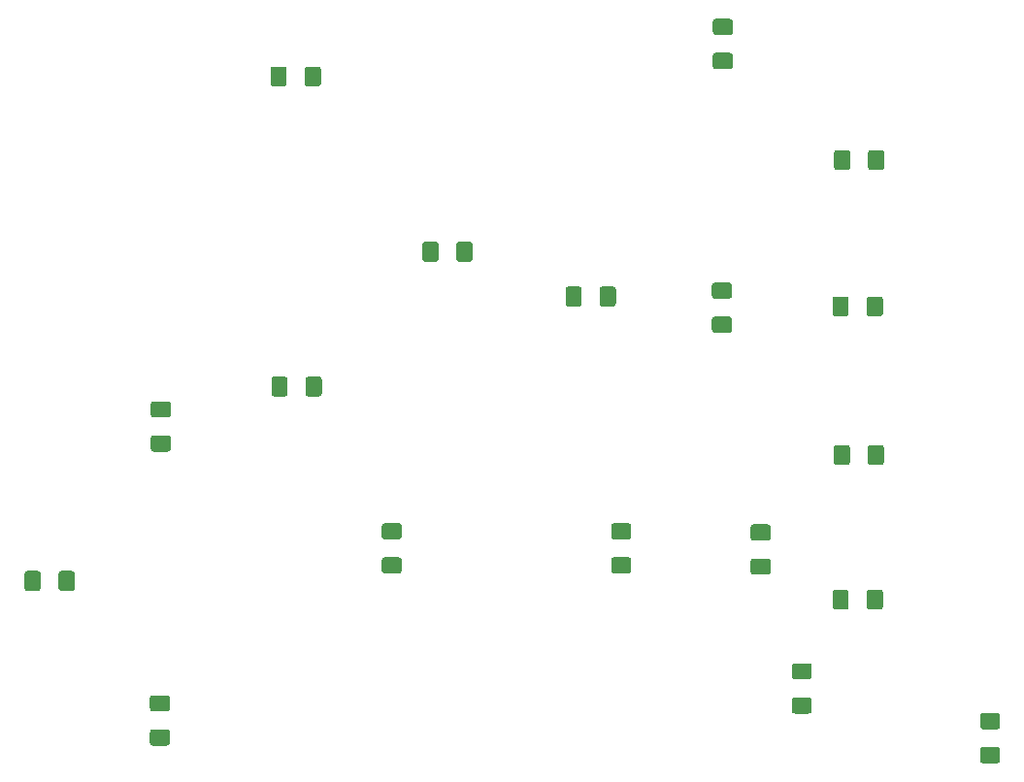
<source format=gbp>
G04 #@! TF.GenerationSoftware,KiCad,Pcbnew,(5.1.6)-1*
G04 #@! TF.CreationDate,2020-12-01T23:33:15+02:00*
G04 #@! TF.ProjectId,ZX_Multiface_3_1_4D,5a585f4d-756c-4746-9966-6163655f335f,rev?*
G04 #@! TF.SameCoordinates,Original*
G04 #@! TF.FileFunction,Paste,Bot*
G04 #@! TF.FilePolarity,Positive*
%FSLAX46Y46*%
G04 Gerber Fmt 4.6, Leading zero omitted, Abs format (unit mm)*
G04 Created by KiCad (PCBNEW (5.1.6)-1) date 2020-12-01 23:33:15*
%MOMM*%
%LPD*%
G01*
G04 APERTURE LIST*
G04 APERTURE END LIST*
G36*
G01*
X102679000Y-63687800D02*
X102679000Y-64937800D01*
G75*
G02*
X102429000Y-65187800I-250000J0D01*
G01*
X101504000Y-65187800D01*
G75*
G02*
X101254000Y-64937800I0J250000D01*
G01*
X101254000Y-63687800D01*
G75*
G02*
X101504000Y-63437800I250000J0D01*
G01*
X102429000Y-63437800D01*
G75*
G02*
X102679000Y-63687800I0J-250000D01*
G01*
G37*
G36*
G01*
X105654000Y-63687800D02*
X105654000Y-64937800D01*
G75*
G02*
X105404000Y-65187800I-250000J0D01*
G01*
X104479000Y-65187800D01*
G75*
G02*
X104229000Y-64937800I0J250000D01*
G01*
X104229000Y-63687800D01*
G75*
G02*
X104479000Y-63437800I250000J0D01*
G01*
X105404000Y-63437800D01*
G75*
G02*
X105654000Y-63687800I0J-250000D01*
G01*
G37*
G36*
G01*
X92319000Y-94068600D02*
X91069000Y-94068600D01*
G75*
G02*
X90819000Y-93818600I0J250000D01*
G01*
X90819000Y-92893600D01*
G75*
G02*
X91069000Y-92643600I250000J0D01*
G01*
X92319000Y-92643600D01*
G75*
G02*
X92569000Y-92893600I0J-250000D01*
G01*
X92569000Y-93818600D01*
G75*
G02*
X92319000Y-94068600I-250000J0D01*
G01*
G37*
G36*
G01*
X92319000Y-97043600D02*
X91069000Y-97043600D01*
G75*
G02*
X90819000Y-96793600I0J250000D01*
G01*
X90819000Y-95868600D01*
G75*
G02*
X91069000Y-95618600I250000J0D01*
G01*
X92319000Y-95618600D01*
G75*
G02*
X92569000Y-95868600I0J-250000D01*
G01*
X92569000Y-96793600D01*
G75*
G02*
X92319000Y-97043600I-250000J0D01*
G01*
G37*
G36*
G01*
X128409000Y-82890200D02*
X128409000Y-84140200D01*
G75*
G02*
X128159000Y-84390200I-250000J0D01*
G01*
X127234000Y-84390200D01*
G75*
G02*
X126984000Y-84140200I0J250000D01*
G01*
X126984000Y-82890200D01*
G75*
G02*
X127234000Y-82640200I250000J0D01*
G01*
X128159000Y-82640200D01*
G75*
G02*
X128409000Y-82890200I0J-250000D01*
G01*
G37*
G36*
G01*
X131384000Y-82890200D02*
X131384000Y-84140200D01*
G75*
G02*
X131134000Y-84390200I-250000J0D01*
G01*
X130209000Y-84390200D01*
G75*
G02*
X129959000Y-84140200I0J250000D01*
G01*
X129959000Y-82890200D01*
G75*
G02*
X130209000Y-82640200I250000J0D01*
G01*
X131134000Y-82640200D01*
G75*
G02*
X131384000Y-82890200I0J-250000D01*
G01*
G37*
G36*
G01*
X117463000Y-80228600D02*
X117463000Y-78978600D01*
G75*
G02*
X117713000Y-78728600I250000J0D01*
G01*
X118638000Y-78728600D01*
G75*
G02*
X118888000Y-78978600I0J-250000D01*
G01*
X118888000Y-80228600D01*
G75*
G02*
X118638000Y-80478600I-250000J0D01*
G01*
X117713000Y-80478600D01*
G75*
G02*
X117463000Y-80228600I0J250000D01*
G01*
G37*
G36*
G01*
X114488000Y-80228600D02*
X114488000Y-78978600D01*
G75*
G02*
X114738000Y-78728600I250000J0D01*
G01*
X115663000Y-78728600D01*
G75*
G02*
X115913000Y-78978600I0J-250000D01*
G01*
X115913000Y-80228600D01*
G75*
G02*
X115663000Y-80478600I-250000J0D01*
G01*
X114738000Y-80478600D01*
G75*
G02*
X114488000Y-80228600I0J250000D01*
G01*
G37*
G36*
G01*
X144643000Y-104813000D02*
X143393000Y-104813000D01*
G75*
G02*
X143143000Y-104563000I0J250000D01*
G01*
X143143000Y-103638000D01*
G75*
G02*
X143393000Y-103388000I250000J0D01*
G01*
X144643000Y-103388000D01*
G75*
G02*
X144893000Y-103638000I0J-250000D01*
G01*
X144893000Y-104563000D01*
G75*
G02*
X144643000Y-104813000I-250000J0D01*
G01*
G37*
G36*
G01*
X144643000Y-107788000D02*
X143393000Y-107788000D01*
G75*
G02*
X143143000Y-107538000I0J250000D01*
G01*
X143143000Y-106613000D01*
G75*
G02*
X143393000Y-106363000I250000J0D01*
G01*
X144643000Y-106363000D01*
G75*
G02*
X144893000Y-106613000I0J-250000D01*
G01*
X144893000Y-107538000D01*
G75*
G02*
X144643000Y-107788000I-250000J0D01*
G01*
G37*
G36*
G01*
X141265000Y-83705400D02*
X140015000Y-83705400D01*
G75*
G02*
X139765000Y-83455400I0J250000D01*
G01*
X139765000Y-82530400D01*
G75*
G02*
X140015000Y-82280400I250000J0D01*
G01*
X141265000Y-82280400D01*
G75*
G02*
X141515000Y-82530400I0J-250000D01*
G01*
X141515000Y-83455400D01*
G75*
G02*
X141265000Y-83705400I-250000J0D01*
G01*
G37*
G36*
G01*
X141265000Y-86680400D02*
X140015000Y-86680400D01*
G75*
G02*
X139765000Y-86430400I0J250000D01*
G01*
X139765000Y-85505400D01*
G75*
G02*
X140015000Y-85255400I250000J0D01*
G01*
X141265000Y-85255400D01*
G75*
G02*
X141515000Y-85505400I0J-250000D01*
G01*
X141515000Y-86430400D01*
G75*
G02*
X141265000Y-86680400I-250000J0D01*
G01*
G37*
G36*
G01*
X151829000Y-70977600D02*
X151829000Y-72227600D01*
G75*
G02*
X151579000Y-72477600I-250000J0D01*
G01*
X150654000Y-72477600D01*
G75*
G02*
X150404000Y-72227600I0J250000D01*
G01*
X150404000Y-70977600D01*
G75*
G02*
X150654000Y-70727600I250000J0D01*
G01*
X151579000Y-70727600D01*
G75*
G02*
X151829000Y-70977600I0J-250000D01*
G01*
G37*
G36*
G01*
X154804000Y-70977600D02*
X154804000Y-72227600D01*
G75*
G02*
X154554000Y-72477600I-250000J0D01*
G01*
X153629000Y-72477600D01*
G75*
G02*
X153379000Y-72227600I0J250000D01*
G01*
X153379000Y-70977600D01*
G75*
G02*
X153629000Y-70727600I250000J0D01*
G01*
X154554000Y-70727600D01*
G75*
G02*
X154804000Y-70977600I0J-250000D01*
G01*
G37*
G36*
G01*
X141341000Y-60693000D02*
X140091000Y-60693000D01*
G75*
G02*
X139841000Y-60443000I0J250000D01*
G01*
X139841000Y-59518000D01*
G75*
G02*
X140091000Y-59268000I250000J0D01*
G01*
X141341000Y-59268000D01*
G75*
G02*
X141591000Y-59518000I0J-250000D01*
G01*
X141591000Y-60443000D01*
G75*
G02*
X141341000Y-60693000I-250000J0D01*
G01*
G37*
G36*
G01*
X141341000Y-63668000D02*
X140091000Y-63668000D01*
G75*
G02*
X139841000Y-63418000I0J250000D01*
G01*
X139841000Y-62493000D01*
G75*
G02*
X140091000Y-62243000I250000J0D01*
G01*
X141341000Y-62243000D01*
G75*
G02*
X141591000Y-62493000I0J-250000D01*
G01*
X141591000Y-63418000D01*
G75*
G02*
X141341000Y-63668000I-250000J0D01*
G01*
G37*
G36*
G01*
X81216200Y-107706000D02*
X81216200Y-108956000D01*
G75*
G02*
X80966200Y-109206000I-250000J0D01*
G01*
X80041200Y-109206000D01*
G75*
G02*
X79791200Y-108956000I0J250000D01*
G01*
X79791200Y-107706000D01*
G75*
G02*
X80041200Y-107456000I250000J0D01*
G01*
X80966200Y-107456000D01*
G75*
G02*
X81216200Y-107706000I0J-250000D01*
G01*
G37*
G36*
G01*
X84191200Y-107706000D02*
X84191200Y-108956000D01*
G75*
G02*
X83941200Y-109206000I-250000J0D01*
G01*
X83016200Y-109206000D01*
G75*
G02*
X82766200Y-108956000I0J250000D01*
G01*
X82766200Y-107706000D01*
G75*
G02*
X83016200Y-107456000I250000J0D01*
G01*
X83941200Y-107456000D01*
G75*
G02*
X84191200Y-107706000I0J-250000D01*
G01*
G37*
G36*
G01*
X92242800Y-119723000D02*
X90992800Y-119723000D01*
G75*
G02*
X90742800Y-119473000I0J250000D01*
G01*
X90742800Y-118548000D01*
G75*
G02*
X90992800Y-118298000I250000J0D01*
G01*
X92242800Y-118298000D01*
G75*
G02*
X92492800Y-118548000I0J-250000D01*
G01*
X92492800Y-119473000D01*
G75*
G02*
X92242800Y-119723000I-250000J0D01*
G01*
G37*
G36*
G01*
X92242800Y-122698000D02*
X90992800Y-122698000D01*
G75*
G02*
X90742800Y-122448000I0J250000D01*
G01*
X90742800Y-121523000D01*
G75*
G02*
X90992800Y-121273000I250000J0D01*
G01*
X92242800Y-121273000D01*
G75*
G02*
X92492800Y-121523000I0J-250000D01*
G01*
X92492800Y-122448000D01*
G75*
G02*
X92242800Y-122698000I-250000J0D01*
G01*
G37*
G36*
G01*
X102755000Y-90738800D02*
X102755000Y-91988800D01*
G75*
G02*
X102505000Y-92238800I-250000J0D01*
G01*
X101580000Y-92238800D01*
G75*
G02*
X101330000Y-91988800I0J250000D01*
G01*
X101330000Y-90738800D01*
G75*
G02*
X101580000Y-90488800I250000J0D01*
G01*
X102505000Y-90488800D01*
G75*
G02*
X102755000Y-90738800I0J-250000D01*
G01*
G37*
G36*
G01*
X105730000Y-90738800D02*
X105730000Y-91988800D01*
G75*
G02*
X105480000Y-92238800I-250000J0D01*
G01*
X104555000Y-92238800D01*
G75*
G02*
X104305000Y-91988800I0J250000D01*
G01*
X104305000Y-90738800D01*
G75*
G02*
X104555000Y-90488800I250000J0D01*
G01*
X105480000Y-90488800D01*
G75*
G02*
X105730000Y-90738800I0J-250000D01*
G01*
G37*
G36*
G01*
X151701000Y-83753800D02*
X151701000Y-85003800D01*
G75*
G02*
X151451000Y-85253800I-250000J0D01*
G01*
X150526000Y-85253800D01*
G75*
G02*
X150276000Y-85003800I0J250000D01*
G01*
X150276000Y-83753800D01*
G75*
G02*
X150526000Y-83503800I250000J0D01*
G01*
X151451000Y-83503800D01*
G75*
G02*
X151701000Y-83753800I0J-250000D01*
G01*
G37*
G36*
G01*
X154676000Y-83753800D02*
X154676000Y-85003800D01*
G75*
G02*
X154426000Y-85253800I-250000J0D01*
G01*
X153501000Y-85253800D01*
G75*
G02*
X153251000Y-85003800I0J250000D01*
G01*
X153251000Y-83753800D01*
G75*
G02*
X153501000Y-83503800I250000J0D01*
G01*
X154426000Y-83503800D01*
G75*
G02*
X154676000Y-83753800I0J-250000D01*
G01*
G37*
G36*
G01*
X132476000Y-104711000D02*
X131226000Y-104711000D01*
G75*
G02*
X130976000Y-104461000I0J250000D01*
G01*
X130976000Y-103536000D01*
G75*
G02*
X131226000Y-103286000I250000J0D01*
G01*
X132476000Y-103286000D01*
G75*
G02*
X132726000Y-103536000I0J-250000D01*
G01*
X132726000Y-104461000D01*
G75*
G02*
X132476000Y-104711000I-250000J0D01*
G01*
G37*
G36*
G01*
X132476000Y-107686000D02*
X131226000Y-107686000D01*
G75*
G02*
X130976000Y-107436000I0J250000D01*
G01*
X130976000Y-106511000D01*
G75*
G02*
X131226000Y-106261000I250000J0D01*
G01*
X132476000Y-106261000D01*
G75*
G02*
X132726000Y-106511000I0J-250000D01*
G01*
X132726000Y-107436000D01*
G75*
G02*
X132476000Y-107686000I-250000J0D01*
G01*
G37*
G36*
G01*
X112461000Y-104711000D02*
X111211000Y-104711000D01*
G75*
G02*
X110961000Y-104461000I0J250000D01*
G01*
X110961000Y-103536000D01*
G75*
G02*
X111211000Y-103286000I250000J0D01*
G01*
X112461000Y-103286000D01*
G75*
G02*
X112711000Y-103536000I0J-250000D01*
G01*
X112711000Y-104461000D01*
G75*
G02*
X112461000Y-104711000I-250000J0D01*
G01*
G37*
G36*
G01*
X112461000Y-107686000D02*
X111211000Y-107686000D01*
G75*
G02*
X110961000Y-107436000I0J250000D01*
G01*
X110961000Y-106511000D01*
G75*
G02*
X111211000Y-106261000I250000J0D01*
G01*
X112461000Y-106261000D01*
G75*
G02*
X112711000Y-106511000I0J-250000D01*
G01*
X112711000Y-107436000D01*
G75*
G02*
X112461000Y-107686000I-250000J0D01*
G01*
G37*
G36*
G01*
X151803000Y-96707800D02*
X151803000Y-97957800D01*
G75*
G02*
X151553000Y-98207800I-250000J0D01*
G01*
X150628000Y-98207800D01*
G75*
G02*
X150378000Y-97957800I0J250000D01*
G01*
X150378000Y-96707800D01*
G75*
G02*
X150628000Y-96457800I250000J0D01*
G01*
X151553000Y-96457800D01*
G75*
G02*
X151803000Y-96707800I0J-250000D01*
G01*
G37*
G36*
G01*
X154778000Y-96707800D02*
X154778000Y-97957800D01*
G75*
G02*
X154528000Y-98207800I-250000J0D01*
G01*
X153603000Y-98207800D01*
G75*
G02*
X153353000Y-97957800I0J250000D01*
G01*
X153353000Y-96707800D01*
G75*
G02*
X153603000Y-96457800I250000J0D01*
G01*
X154528000Y-96457800D01*
G75*
G02*
X154778000Y-96707800I0J-250000D01*
G01*
G37*
G36*
G01*
X151701000Y-109332000D02*
X151701000Y-110582000D01*
G75*
G02*
X151451000Y-110832000I-250000J0D01*
G01*
X150526000Y-110832000D01*
G75*
G02*
X150276000Y-110582000I0J250000D01*
G01*
X150276000Y-109332000D01*
G75*
G02*
X150526000Y-109082000I250000J0D01*
G01*
X151451000Y-109082000D01*
G75*
G02*
X151701000Y-109332000I0J-250000D01*
G01*
G37*
G36*
G01*
X154676000Y-109332000D02*
X154676000Y-110582000D01*
G75*
G02*
X154426000Y-110832000I-250000J0D01*
G01*
X153501000Y-110832000D01*
G75*
G02*
X153251000Y-110582000I0J250000D01*
G01*
X153251000Y-109332000D01*
G75*
G02*
X153501000Y-109082000I250000J0D01*
G01*
X154426000Y-109082000D01*
G75*
G02*
X154676000Y-109332000I0J-250000D01*
G01*
G37*
G36*
G01*
X146974000Y-118479000D02*
X148224000Y-118479000D01*
G75*
G02*
X148474000Y-118729000I0J-250000D01*
G01*
X148474000Y-119654000D01*
G75*
G02*
X148224000Y-119904000I-250000J0D01*
G01*
X146974000Y-119904000D01*
G75*
G02*
X146724000Y-119654000I0J250000D01*
G01*
X146724000Y-118729000D01*
G75*
G02*
X146974000Y-118479000I250000J0D01*
G01*
G37*
G36*
G01*
X146974000Y-115504000D02*
X148224000Y-115504000D01*
G75*
G02*
X148474000Y-115754000I0J-250000D01*
G01*
X148474000Y-116679000D01*
G75*
G02*
X148224000Y-116929000I-250000J0D01*
G01*
X146974000Y-116929000D01*
G75*
G02*
X146724000Y-116679000I0J250000D01*
G01*
X146724000Y-115754000D01*
G75*
G02*
X146974000Y-115504000I250000J0D01*
G01*
G37*
G36*
G01*
X164658000Y-121272000D02*
X163408000Y-121272000D01*
G75*
G02*
X163158000Y-121022000I0J250000D01*
G01*
X163158000Y-120097000D01*
G75*
G02*
X163408000Y-119847000I250000J0D01*
G01*
X164658000Y-119847000D01*
G75*
G02*
X164908000Y-120097000I0J-250000D01*
G01*
X164908000Y-121022000D01*
G75*
G02*
X164658000Y-121272000I-250000J0D01*
G01*
G37*
G36*
G01*
X164658000Y-124247000D02*
X163408000Y-124247000D01*
G75*
G02*
X163158000Y-123997000I0J250000D01*
G01*
X163158000Y-123072000D01*
G75*
G02*
X163408000Y-122822000I250000J0D01*
G01*
X164658000Y-122822000D01*
G75*
G02*
X164908000Y-123072000I0J-250000D01*
G01*
X164908000Y-123997000D01*
G75*
G02*
X164658000Y-124247000I-250000J0D01*
G01*
G37*
M02*

</source>
